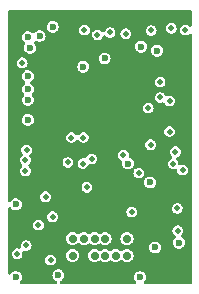
<source format=gbr>
%TF.GenerationSoftware,KiCad,Pcbnew,8.0.6*%
%TF.CreationDate,2024-10-29T18:21:19+01:00*%
%TF.ProjectId,openWifiDecoder,6f70656e-5769-4666-9944-65636f646572,rev?*%
%TF.SameCoordinates,Original*%
%TF.FileFunction,Copper,L3,Inr*%
%TF.FilePolarity,Positive*%
%FSLAX46Y46*%
G04 Gerber Fmt 4.6, Leading zero omitted, Abs format (unit mm)*
G04 Created by KiCad (PCBNEW 8.0.6) date 2024-10-29 18:21:19*
%MOMM*%
%LPD*%
G01*
G04 APERTURE LIST*
%TA.AperFunction,ComponentPad*%
%ADD10O,2.100000X1.200000*%
%TD*%
%TA.AperFunction,ComponentPad*%
%ADD11C,0.700000*%
%TD*%
%TA.AperFunction,ComponentPad*%
%ADD12C,0.600000*%
%TD*%
%TA.AperFunction,ViaPad*%
%ADD13C,0.600000*%
%TD*%
%TA.AperFunction,ViaPad*%
%ADD14C,0.500000*%
%TD*%
%ADD15C,0.300000*%
%ADD16O,1.610000X0.610000*%
%ADD17C,0.350000*%
G04 APERTURE END LIST*
D10*
%TO.N,GND*%
%TO.C,USB1*%
X100500000Y-82350000D03*
X104500000Y-82350000D03*
X100500000Y-86210000D03*
X104500000Y-86210000D03*
D11*
X105750000Y-85000000D03*
%TO.N,+5V*%
X104800000Y-85000000D03*
%TO.N,Net-(USB1-CC1)*%
X103850000Y-85000000D03*
%TO.N,D+*%
X102950000Y-85000000D03*
%TO.N,D-*%
X102050000Y-85000000D03*
%TO.N,+5V*%
X100200000Y-85000000D03*
%TO.N,GND*%
X99250000Y-85000000D03*
X99250000Y-83560000D03*
%TO.N,+5V*%
X100200000Y-83560000D03*
%TO.N,Net-(USB1-CC2)*%
X101150000Y-83560000D03*
%TO.N,D+*%
X102050000Y-83560000D03*
%TO.N,D-*%
X102950000Y-83560000D03*
%TO.N,+5V*%
X104800000Y-83560000D03*
%TO.N,GND*%
X105750000Y-83560000D03*
%TD*%
D12*
%TO.N,GND*%
%TO.C,U7*%
X103800000Y-73600000D03*
X103800000Y-74600000D03*
X104700000Y-73600000D03*
X104700000Y-74600000D03*
X105600000Y-73600000D03*
X105600000Y-74600000D03*
%TD*%
D13*
%TO.N,+3V3*%
X96600000Y-67400000D03*
D14*
X109056929Y-80998452D03*
D13*
X104900000Y-77200000D03*
X102900000Y-68300000D03*
X98990000Y-86650000D03*
X101100000Y-69000000D03*
X95400000Y-86800000D03*
X105900000Y-86800000D03*
%TO.N,GND*%
X97400000Y-65500000D03*
D14*
X108800000Y-67600000D03*
D13*
X99114318Y-81106682D03*
X109650000Y-85450000D03*
D14*
X95400000Y-64800000D03*
D13*
X99900000Y-65500000D03*
X100900000Y-66700000D03*
X99400000Y-71800000D03*
X106600000Y-69000000D03*
X98100000Y-77800000D03*
X102600000Y-77200000D03*
X106600000Y-77900000D03*
X109500000Y-64800000D03*
X107000000Y-80600000D03*
X107600000Y-65500000D03*
X104100000Y-70000000D03*
X96200000Y-87100000D03*
X107210000Y-83300000D03*
X101500000Y-73200000D03*
X102500000Y-65500000D03*
X99400000Y-73500000D03*
X105900000Y-65500000D03*
X104400000Y-67200000D03*
X108010000Y-76730000D03*
X106100000Y-86000000D03*
D14*
X96200000Y-79700000D03*
D13*
X99400000Y-70100000D03*
X104500000Y-79800000D03*
X100990000Y-79900000D03*
D14*
X108400000Y-72800000D03*
D13*
X104200000Y-65500000D03*
D14*
%TO.N,+BATT*%
X106600000Y-72500000D03*
X108400000Y-74490000D03*
%TO.N,+1V8*%
X98325000Y-85375000D03*
X97900000Y-80000000D03*
%TO.N,Net-(BAT1-Pin_2)*%
X100100000Y-75000000D03*
X107610000Y-71600000D03*
%TO.N,+5V*%
X105200000Y-81300000D03*
%TO.N,MPWM1*%
X108400000Y-71900000D03*
%TO.N,MPWM2*%
X107600000Y-70300000D03*
%TO.N,SCL*%
X101100000Y-75000000D03*
X99800000Y-77100000D03*
X97300000Y-82400000D03*
%TO.N,GAUGE_INT*%
X105800000Y-78000000D03*
X106800000Y-75600000D03*
%TO.N,SDA*%
X101067675Y-77200000D03*
X104500000Y-76500000D03*
X98500000Y-81700000D03*
%TO.N,Net-(IO1-Pin_1)*%
X96200000Y-77800000D03*
D13*
%TO.N,DIG_HALL*%
X106750000Y-78800000D03*
X109200000Y-83900000D03*
%TO.N,COMP_DAC*%
X107180000Y-84300000D03*
D14*
%TO.N,Net-(U3-EN)*%
X109100000Y-82880000D03*
X109750000Y-65900000D03*
%TO.N,Net-(U3-IO0)*%
X95926207Y-68666576D03*
D13*
X95394479Y-80649999D03*
D14*
%TO.N,Net-(IO2-Pin_1)*%
X96200000Y-76900000D03*
%TO.N,Net-(IO3-Pin_1)*%
X96300000Y-76050000D03*
D13*
%TO.N,Net-(IO4-Pin_1)*%
X96400000Y-73500000D03*
%TO.N,RX*%
X107350000Y-67640001D03*
%TO.N,TX*%
X106000000Y-67300000D03*
%TO.N,Net-(IO5-Pin_1)*%
X96400000Y-71800000D03*
%TO.N,Net-(IO6-Pin_1)*%
X96400000Y-70900000D03*
%TO.N,Net-(IO7-Pin_1)*%
X96400000Y-69800000D03*
D14*
%TO.N,IMU_INT*%
X101800000Y-76800000D03*
X95493504Y-84828936D03*
%TO.N,FSYNC*%
X101403345Y-79213976D03*
X96267377Y-84132624D03*
D13*
%TO.N,Net-(IO8-Pin_1)*%
X96400000Y-66500000D03*
%TO.N,Net-(IO9-Pin_1)*%
X97400000Y-66400000D03*
%TO.N,Net-(IO10-Pin_1)*%
X98508006Y-65621349D03*
D14*
%TO.N,Net-(IO11-Pin_1)*%
X101200000Y-65900000D03*
%TO.N,Net-(IO12-Pin_1)*%
X102300000Y-66300000D03*
%TO.N,Net-(IO13-Pin_1)*%
X103367573Y-66100000D03*
%TO.N,Net-(IO15-Pin_1)*%
X108550000Y-65750000D03*
%TO.N,Net-(IO16-Pin_1)*%
X106845608Y-65928145D03*
%TO.N,Net-(IO17-Pin_1)*%
X108900000Y-76200000D03*
%TO.N,Net-(IO14-Pin_1)*%
X104700000Y-66197944D03*
%TO.N,Net-(IO18-Pin_1)*%
X109500000Y-77750000D03*
%TO.N,Net-(IO19-Pin_1)*%
X108700000Y-77200000D03*
%TD*%
%TA.AperFunction,Conductor*%
%TO.N,GND*%
G36*
X110225000Y-64220462D02*
G01*
X110279538Y-64275000D01*
X110299500Y-64349500D01*
X110299500Y-65447652D01*
X110279538Y-65522152D01*
X110225000Y-65576690D01*
X110150500Y-65596652D01*
X110076000Y-65576690D01*
X110052925Y-65560258D01*
X110048049Y-65556033D01*
X109939072Y-65485998D01*
X109939069Y-65485996D01*
X109814772Y-65449500D01*
X109685228Y-65449500D01*
X109560931Y-65485996D01*
X109560928Y-65485997D01*
X109560927Y-65485998D01*
X109451955Y-65556030D01*
X109451952Y-65556031D01*
X109451951Y-65556033D01*
X109451949Y-65556034D01*
X109451948Y-65556036D01*
X109367118Y-65653935D01*
X109313302Y-65771776D01*
X109294867Y-65899996D01*
X109294867Y-65900003D01*
X109313302Y-66028223D01*
X109313302Y-66028224D01*
X109313303Y-66028226D01*
X109318701Y-66040046D01*
X109367118Y-66146064D01*
X109412069Y-66197940D01*
X109451951Y-66243967D01*
X109560931Y-66314004D01*
X109685228Y-66350500D01*
X109685231Y-66350500D01*
X109814769Y-66350500D01*
X109814772Y-66350500D01*
X109939069Y-66314004D01*
X110048049Y-66243967D01*
X110048054Y-66243961D01*
X110052920Y-66239745D01*
X110122295Y-66206041D01*
X110199226Y-66211540D01*
X110263102Y-66254767D01*
X110296806Y-66324142D01*
X110299500Y-66352347D01*
X110299500Y-87250500D01*
X110279538Y-87325000D01*
X110225000Y-87379538D01*
X110150500Y-87399500D01*
X106369051Y-87399500D01*
X106294551Y-87379538D01*
X106240013Y-87325000D01*
X106220051Y-87250500D01*
X106240013Y-87176000D01*
X106256444Y-87152926D01*
X106325377Y-87073373D01*
X106385165Y-86942457D01*
X106405647Y-86800000D01*
X106405647Y-86799996D01*
X106385165Y-86657545D01*
X106385165Y-86657543D01*
X106325377Y-86526627D01*
X106231128Y-86417857D01*
X106231127Y-86417856D01*
X106166974Y-86376628D01*
X106110053Y-86340047D01*
X106110050Y-86340046D01*
X105971967Y-86299501D01*
X105971962Y-86299500D01*
X105971961Y-86299500D01*
X105828039Y-86299500D01*
X105828037Y-86299500D01*
X105828032Y-86299501D01*
X105689949Y-86340046D01*
X105568872Y-86417856D01*
X105568870Y-86417859D01*
X105474622Y-86526628D01*
X105414834Y-86657545D01*
X105394353Y-86799996D01*
X105394353Y-86800003D01*
X105414834Y-86942454D01*
X105414834Y-86942455D01*
X105414835Y-86942457D01*
X105474623Y-87073373D01*
X105543556Y-87152926D01*
X105577257Y-87222302D01*
X105571754Y-87299234D01*
X105528523Y-87363107D01*
X105459147Y-87396808D01*
X105430949Y-87399500D01*
X99250264Y-87399500D01*
X99175764Y-87379538D01*
X99121226Y-87325000D01*
X99101264Y-87250500D01*
X99121226Y-87176000D01*
X99175764Y-87121462D01*
X99190675Y-87115076D01*
X99190358Y-87114381D01*
X99200048Y-87109955D01*
X99200049Y-87109954D01*
X99200053Y-87109953D01*
X99321128Y-87032143D01*
X99415377Y-86923373D01*
X99475165Y-86792457D01*
X99485406Y-86721228D01*
X99495647Y-86650003D01*
X99495647Y-86649996D01*
X99475165Y-86507545D01*
X99475165Y-86507543D01*
X99415377Y-86376627D01*
X99321128Y-86267857D01*
X99321127Y-86267856D01*
X99287465Y-86246223D01*
X99200053Y-86190047D01*
X99200050Y-86190046D01*
X99061967Y-86149501D01*
X99061962Y-86149500D01*
X99061961Y-86149500D01*
X98918039Y-86149500D01*
X98918037Y-86149500D01*
X98918032Y-86149501D01*
X98779949Y-86190046D01*
X98658872Y-86267856D01*
X98658870Y-86267859D01*
X98564622Y-86376628D01*
X98504834Y-86507545D01*
X98484353Y-86649996D01*
X98484353Y-86650003D01*
X98504834Y-86792454D01*
X98504834Y-86792455D01*
X98504835Y-86792457D01*
X98564623Y-86923373D01*
X98658872Y-87032143D01*
X98779947Y-87109953D01*
X98779948Y-87109953D01*
X98779951Y-87109955D01*
X98789642Y-87114381D01*
X98788184Y-87117573D01*
X98837577Y-87147683D01*
X98874537Y-87215378D01*
X98872699Y-87292484D01*
X98832553Y-87358341D01*
X98764858Y-87395301D01*
X98729736Y-87399500D01*
X95869051Y-87399500D01*
X95794551Y-87379538D01*
X95740013Y-87325000D01*
X95720051Y-87250500D01*
X95740013Y-87176000D01*
X95756444Y-87152926D01*
X95825377Y-87073373D01*
X95885165Y-86942457D01*
X95905647Y-86800000D01*
X95905647Y-86799996D01*
X95885165Y-86657545D01*
X95885165Y-86657543D01*
X95825377Y-86526627D01*
X95731128Y-86417857D01*
X95731127Y-86417856D01*
X95666974Y-86376628D01*
X95610053Y-86340047D01*
X95610050Y-86340046D01*
X95471967Y-86299501D01*
X95471962Y-86299500D01*
X95471961Y-86299500D01*
X95328039Y-86299500D01*
X95328037Y-86299500D01*
X95328032Y-86299501D01*
X95189949Y-86340046D01*
X95068872Y-86417856D01*
X95068870Y-86417859D01*
X94974623Y-86526627D01*
X94974622Y-86526628D01*
X94967645Y-86534681D01*
X94966601Y-86533776D01*
X94917767Y-86578164D01*
X94842400Y-86594554D01*
X94768936Y-86571064D01*
X94717059Y-86513990D01*
X94700500Y-86445723D01*
X94700500Y-85374996D01*
X97869867Y-85374996D01*
X97869867Y-85375003D01*
X97888302Y-85503223D01*
X97942118Y-85621064D01*
X97997282Y-85684727D01*
X98026951Y-85718967D01*
X98135931Y-85789004D01*
X98260228Y-85825500D01*
X98260231Y-85825500D01*
X98389769Y-85825500D01*
X98389772Y-85825500D01*
X98514069Y-85789004D01*
X98623049Y-85718967D01*
X98707882Y-85621063D01*
X98761697Y-85503226D01*
X98776719Y-85398745D01*
X98780133Y-85375003D01*
X98780133Y-85374996D01*
X98761697Y-85246776D01*
X98761697Y-85246774D01*
X98707882Y-85128937D01*
X98707881Y-85128936D01*
X98707881Y-85128935D01*
X98661145Y-85074999D01*
X98623049Y-85031033D01*
X98574756Y-84999997D01*
X99644750Y-84999997D01*
X99644750Y-85000002D01*
X99663668Y-85143706D01*
X99719138Y-85277625D01*
X99786910Y-85365945D01*
X99807379Y-85392621D01*
X99840706Y-85418194D01*
X99922374Y-85480861D01*
X100056293Y-85536331D01*
X100199997Y-85555250D01*
X100200000Y-85555250D01*
X100200003Y-85555250D01*
X100343706Y-85536331D01*
X100343708Y-85536330D01*
X100343709Y-85536330D01*
X100477625Y-85480861D01*
X100592621Y-85392621D01*
X100680861Y-85277625D01*
X100736330Y-85143709D01*
X100736330Y-85143708D01*
X100736331Y-85143706D01*
X100755250Y-85000002D01*
X100755250Y-84999997D01*
X101494750Y-84999997D01*
X101494750Y-85000002D01*
X101513668Y-85143706D01*
X101569138Y-85277625D01*
X101636910Y-85365945D01*
X101657379Y-85392621D01*
X101690706Y-85418194D01*
X101772374Y-85480861D01*
X101906293Y-85536331D01*
X102049997Y-85555250D01*
X102050000Y-85555250D01*
X102050003Y-85555250D01*
X102193706Y-85536331D01*
X102193708Y-85536330D01*
X102193709Y-85536330D01*
X102327625Y-85480861D01*
X102409294Y-85418194D01*
X102480551Y-85388678D01*
X102557019Y-85398745D01*
X102590706Y-85418194D01*
X102672374Y-85480861D01*
X102806293Y-85536331D01*
X102949997Y-85555250D01*
X102950000Y-85555250D01*
X102950003Y-85555250D01*
X103093706Y-85536331D01*
X103093708Y-85536330D01*
X103093709Y-85536330D01*
X103227625Y-85480861D01*
X103309294Y-85418194D01*
X103380551Y-85388678D01*
X103457019Y-85398745D01*
X103490706Y-85418194D01*
X103572374Y-85480861D01*
X103706293Y-85536331D01*
X103849997Y-85555250D01*
X103850000Y-85555250D01*
X103850003Y-85555250D01*
X103993706Y-85536331D01*
X103993708Y-85536330D01*
X103993709Y-85536330D01*
X104127625Y-85480861D01*
X104234296Y-85399008D01*
X104305550Y-85369494D01*
X104382019Y-85379560D01*
X104415699Y-85399005D01*
X104522375Y-85480861D01*
X104576370Y-85503226D01*
X104656293Y-85536331D01*
X104799997Y-85555250D01*
X104800000Y-85555250D01*
X104800003Y-85555250D01*
X104943706Y-85536331D01*
X104943708Y-85536330D01*
X104943709Y-85536330D01*
X105077625Y-85480861D01*
X105192621Y-85392621D01*
X105280861Y-85277625D01*
X105336330Y-85143709D01*
X105336330Y-85143708D01*
X105336331Y-85143706D01*
X105355250Y-85000002D01*
X105355250Y-84999997D01*
X105336331Y-84856293D01*
X105280861Y-84722374D01*
X105210366Y-84630505D01*
X105192621Y-84607379D01*
X105164228Y-84585592D01*
X105077625Y-84519138D01*
X104943706Y-84463668D01*
X104800003Y-84444750D01*
X104799997Y-84444750D01*
X104656293Y-84463668D01*
X104522374Y-84519139D01*
X104415706Y-84600989D01*
X104344449Y-84630505D01*
X104267981Y-84620438D01*
X104234294Y-84600989D01*
X104127625Y-84519139D01*
X103993706Y-84463668D01*
X103850003Y-84444750D01*
X103849997Y-84444750D01*
X103706293Y-84463668D01*
X103572374Y-84519138D01*
X103490706Y-84581806D01*
X103419449Y-84611322D01*
X103342981Y-84601255D01*
X103309294Y-84581806D01*
X103227625Y-84519138D01*
X103093706Y-84463668D01*
X102950003Y-84444750D01*
X102949997Y-84444750D01*
X102806293Y-84463668D01*
X102672374Y-84519138D01*
X102590706Y-84581806D01*
X102519449Y-84611322D01*
X102442981Y-84601255D01*
X102409294Y-84581806D01*
X102327625Y-84519138D01*
X102193706Y-84463668D01*
X102050003Y-84444750D01*
X102049997Y-84444750D01*
X101906293Y-84463668D01*
X101772374Y-84519138D01*
X101657381Y-84607377D01*
X101657377Y-84607381D01*
X101569138Y-84722374D01*
X101513668Y-84856293D01*
X101494750Y-84999997D01*
X100755250Y-84999997D01*
X100736331Y-84856293D01*
X100680861Y-84722374D01*
X100610366Y-84630505D01*
X100592621Y-84607379D01*
X100564228Y-84585592D01*
X100477625Y-84519138D01*
X100343706Y-84463668D01*
X100200003Y-84444750D01*
X100199997Y-84444750D01*
X100056293Y-84463668D01*
X99922374Y-84519138D01*
X99807381Y-84607377D01*
X99807377Y-84607381D01*
X99719138Y-84722374D01*
X99663668Y-84856293D01*
X99644750Y-84999997D01*
X98574756Y-84999997D01*
X98514069Y-84960996D01*
X98389772Y-84924500D01*
X98260228Y-84924500D01*
X98135931Y-84960996D01*
X98135928Y-84960997D01*
X98135927Y-84960998D01*
X98026955Y-85031030D01*
X98026952Y-85031031D01*
X98026951Y-85031033D01*
X98026949Y-85031034D01*
X98026948Y-85031036D01*
X97942118Y-85128935D01*
X97888302Y-85246776D01*
X97869867Y-85374996D01*
X94700500Y-85374996D01*
X94700500Y-84828932D01*
X95038371Y-84828932D01*
X95038371Y-84828939D01*
X95056806Y-84957159D01*
X95056806Y-84957160D01*
X95056807Y-84957162D01*
X95058559Y-84960998D01*
X95110622Y-85075000D01*
X95157357Y-85128935D01*
X95195455Y-85172903D01*
X95304435Y-85242940D01*
X95428732Y-85279436D01*
X95428735Y-85279436D01*
X95558273Y-85279436D01*
X95558276Y-85279436D01*
X95682573Y-85242940D01*
X95791553Y-85172903D01*
X95876386Y-85074999D01*
X95930201Y-84957162D01*
X95948637Y-84828936D01*
X95948636Y-84828932D01*
X95933538Y-84723919D01*
X95942694Y-84647337D01*
X95988915Y-84585592D01*
X96059816Y-84555231D01*
X96122998Y-84559749D01*
X96202605Y-84583124D01*
X96202608Y-84583124D01*
X96332146Y-84583124D01*
X96332149Y-84583124D01*
X96456446Y-84546628D01*
X96565426Y-84476591D01*
X96650259Y-84378687D01*
X96686196Y-84299996D01*
X106674353Y-84299996D01*
X106674353Y-84300003D01*
X106694834Y-84442454D01*
X106694834Y-84442455D01*
X106694835Y-84442457D01*
X106729855Y-84519139D01*
X106748401Y-84559750D01*
X106754623Y-84573373D01*
X106848872Y-84682143D01*
X106969947Y-84759953D01*
X107108039Y-84800500D01*
X107108041Y-84800500D01*
X107251959Y-84800500D01*
X107251961Y-84800500D01*
X107390053Y-84759953D01*
X107511128Y-84682143D01*
X107605377Y-84573373D01*
X107665165Y-84442457D01*
X107685647Y-84300000D01*
X107685647Y-84299996D01*
X107665165Y-84157545D01*
X107665165Y-84157543D01*
X107605377Y-84026627D01*
X107511128Y-83917857D01*
X107511127Y-83917856D01*
X107462427Y-83886559D01*
X107390053Y-83840047D01*
X107390050Y-83840046D01*
X107251967Y-83799501D01*
X107251962Y-83799500D01*
X107251961Y-83799500D01*
X107108039Y-83799500D01*
X107108037Y-83799500D01*
X107108032Y-83799501D01*
X106969949Y-83840046D01*
X106848872Y-83917856D01*
X106848870Y-83917859D01*
X106754622Y-84026628D01*
X106694834Y-84157545D01*
X106674353Y-84299996D01*
X96686196Y-84299996D01*
X96704074Y-84260850D01*
X96722510Y-84132624D01*
X96722510Y-84132621D01*
X96722510Y-84132620D01*
X96704074Y-84004400D01*
X96704074Y-84004398D01*
X96650259Y-83886561D01*
X96650258Y-83886560D01*
X96650258Y-83886559D01*
X96574821Y-83799500D01*
X96565426Y-83788657D01*
X96456446Y-83718620D01*
X96332149Y-83682124D01*
X96202605Y-83682124D01*
X96078308Y-83718620D01*
X96078305Y-83718621D01*
X96078304Y-83718622D01*
X95969332Y-83788654D01*
X95969329Y-83788655D01*
X95969328Y-83788657D01*
X95969326Y-83788658D01*
X95969325Y-83788660D01*
X95884495Y-83886559D01*
X95830679Y-84004400D01*
X95812244Y-84132620D01*
X95812244Y-84132621D01*
X95812244Y-84132624D01*
X95818103Y-84173373D01*
X95827343Y-84237641D01*
X95818186Y-84314223D01*
X95771964Y-84375967D01*
X95701063Y-84406329D01*
X95637882Y-84401810D01*
X95558277Y-84378436D01*
X95558276Y-84378436D01*
X95428732Y-84378436D01*
X95304435Y-84414932D01*
X95304432Y-84414933D01*
X95304431Y-84414934D01*
X95195459Y-84484966D01*
X95195456Y-84484967D01*
X95195455Y-84484969D01*
X95195453Y-84484970D01*
X95195452Y-84484972D01*
X95110622Y-84582871D01*
X95056806Y-84700712D01*
X95038371Y-84828932D01*
X94700500Y-84828932D01*
X94700500Y-83559997D01*
X99644750Y-83559997D01*
X99644750Y-83560002D01*
X99663668Y-83703706D01*
X99719138Y-83837625D01*
X99780705Y-83917859D01*
X99807379Y-83952621D01*
X99840706Y-83978194D01*
X99922374Y-84040861D01*
X100056293Y-84096331D01*
X100199997Y-84115250D01*
X100200000Y-84115250D01*
X100200003Y-84115250D01*
X100343706Y-84096331D01*
X100343708Y-84096330D01*
X100343709Y-84096330D01*
X100477625Y-84040861D01*
X100584296Y-83959008D01*
X100655550Y-83929494D01*
X100732019Y-83939560D01*
X100765699Y-83959005D01*
X100872375Y-84040861D01*
X100967067Y-84080083D01*
X101006293Y-84096331D01*
X101149997Y-84115250D01*
X101150000Y-84115250D01*
X101150003Y-84115250D01*
X101293706Y-84096331D01*
X101293708Y-84096330D01*
X101293709Y-84096330D01*
X101427625Y-84040861D01*
X101509294Y-83978194D01*
X101580551Y-83948678D01*
X101657019Y-83958745D01*
X101690706Y-83978194D01*
X101772374Y-84040861D01*
X101906293Y-84096331D01*
X102049997Y-84115250D01*
X102050000Y-84115250D01*
X102050003Y-84115250D01*
X102193706Y-84096331D01*
X102193708Y-84096330D01*
X102193709Y-84096330D01*
X102327625Y-84040861D01*
X102409294Y-83978194D01*
X102480551Y-83948678D01*
X102557019Y-83958745D01*
X102590706Y-83978194D01*
X102672374Y-84040861D01*
X102806293Y-84096331D01*
X102949997Y-84115250D01*
X102950000Y-84115250D01*
X102950003Y-84115250D01*
X103093706Y-84096331D01*
X103093708Y-84096330D01*
X103093709Y-84096330D01*
X103227625Y-84040861D01*
X103342621Y-83952621D01*
X103430861Y-83837625D01*
X103486330Y-83703709D01*
X103486330Y-83703708D01*
X103486331Y-83703706D01*
X103505250Y-83560002D01*
X103505250Y-83559997D01*
X104244750Y-83559997D01*
X104244750Y-83560002D01*
X104263668Y-83703706D01*
X104319138Y-83837625D01*
X104380705Y-83917859D01*
X104407379Y-83952621D01*
X104440706Y-83978194D01*
X104522374Y-84040861D01*
X104656293Y-84096331D01*
X104799997Y-84115250D01*
X104800000Y-84115250D01*
X104800003Y-84115250D01*
X104943706Y-84096331D01*
X104943708Y-84096330D01*
X104943709Y-84096330D01*
X105077625Y-84040861D01*
X105192621Y-83952621D01*
X105280861Y-83837625D01*
X105336330Y-83703709D01*
X105336330Y-83703708D01*
X105336331Y-83703706D01*
X105355250Y-83560002D01*
X105355250Y-83559997D01*
X105336331Y-83416293D01*
X105280861Y-83282374D01*
X105210366Y-83190505D01*
X105192621Y-83167379D01*
X105138779Y-83126064D01*
X105077625Y-83079138D01*
X104943706Y-83023668D01*
X104800003Y-83004750D01*
X104799997Y-83004750D01*
X104656293Y-83023668D01*
X104522374Y-83079138D01*
X104407381Y-83167377D01*
X104407377Y-83167381D01*
X104319138Y-83282374D01*
X104263668Y-83416293D01*
X104244750Y-83559997D01*
X103505250Y-83559997D01*
X103486331Y-83416293D01*
X103430861Y-83282374D01*
X103360366Y-83190505D01*
X103342621Y-83167379D01*
X103288779Y-83126064D01*
X103227625Y-83079138D01*
X103093706Y-83023668D01*
X102950003Y-83004750D01*
X102949997Y-83004750D01*
X102806293Y-83023668D01*
X102672374Y-83079138D01*
X102590706Y-83141806D01*
X102519449Y-83171322D01*
X102442981Y-83161255D01*
X102409294Y-83141806D01*
X102327625Y-83079138D01*
X102193706Y-83023668D01*
X102050003Y-83004750D01*
X102049997Y-83004750D01*
X101906293Y-83023668D01*
X101772374Y-83079138D01*
X101690706Y-83141806D01*
X101619449Y-83171322D01*
X101542981Y-83161255D01*
X101509294Y-83141806D01*
X101427625Y-83079138D01*
X101293706Y-83023668D01*
X101150003Y-83004750D01*
X101149997Y-83004750D01*
X101006293Y-83023668D01*
X100872374Y-83079139D01*
X100765706Y-83160989D01*
X100694449Y-83190505D01*
X100617981Y-83180438D01*
X100584294Y-83160989D01*
X100477625Y-83079139D01*
X100343706Y-83023668D01*
X100200003Y-83004750D01*
X100199997Y-83004750D01*
X100056293Y-83023668D01*
X99922374Y-83079138D01*
X99807381Y-83167377D01*
X99807377Y-83167381D01*
X99719138Y-83282374D01*
X99663668Y-83416293D01*
X99644750Y-83559997D01*
X94700500Y-83559997D01*
X94700500Y-82879996D01*
X108644867Y-82879996D01*
X108644867Y-82880003D01*
X108663302Y-83008223D01*
X108717118Y-83126064D01*
X108764233Y-83180438D01*
X108801951Y-83223967D01*
X108869020Y-83267069D01*
X108920900Y-83324138D01*
X108937295Y-83399503D01*
X108913812Y-83472969D01*
X108876450Y-83510334D01*
X108876924Y-83510881D01*
X108869285Y-83517499D01*
X108869030Y-83517755D01*
X108868877Y-83517853D01*
X108868870Y-83517859D01*
X108774622Y-83626628D01*
X108714834Y-83757545D01*
X108694353Y-83899996D01*
X108694353Y-83900003D01*
X108714834Y-84042454D01*
X108767394Y-84157545D01*
X108774623Y-84173373D01*
X108868872Y-84282143D01*
X108989947Y-84359953D01*
X109128039Y-84400500D01*
X109128041Y-84400500D01*
X109271959Y-84400500D01*
X109271961Y-84400500D01*
X109410053Y-84359953D01*
X109531128Y-84282143D01*
X109625377Y-84173373D01*
X109685165Y-84042457D01*
X109699959Y-83939560D01*
X109705647Y-83900003D01*
X109705647Y-83899996D01*
X109685165Y-83757545D01*
X109685165Y-83757543D01*
X109625377Y-83626627D01*
X109531128Y-83517857D01*
X109426734Y-83450767D01*
X109374855Y-83393697D01*
X109358461Y-83318332D01*
X109381945Y-83244866D01*
X109394685Y-83227848D01*
X109398046Y-83223968D01*
X109398049Y-83223967D01*
X109482882Y-83126063D01*
X109536697Y-83008226D01*
X109555133Y-82880000D01*
X109555133Y-82879996D01*
X109536697Y-82751776D01*
X109536697Y-82751774D01*
X109482882Y-82633937D01*
X109482881Y-82633936D01*
X109482881Y-82633935D01*
X109436216Y-82580080D01*
X109398049Y-82536033D01*
X109289069Y-82465996D01*
X109164772Y-82429500D01*
X109035228Y-82429500D01*
X108910931Y-82465996D01*
X108910928Y-82465997D01*
X108910927Y-82465998D01*
X108801955Y-82536030D01*
X108801952Y-82536031D01*
X108801951Y-82536033D01*
X108801949Y-82536034D01*
X108801948Y-82536036D01*
X108717118Y-82633935D01*
X108663302Y-82751776D01*
X108644867Y-82879996D01*
X94700500Y-82879996D01*
X94700500Y-82399996D01*
X96844867Y-82399996D01*
X96844867Y-82400003D01*
X96863302Y-82528223D01*
X96863302Y-82528224D01*
X96863303Y-82528226D01*
X96866870Y-82536036D01*
X96917118Y-82646064D01*
X96972282Y-82709727D01*
X97001951Y-82743967D01*
X97110931Y-82814004D01*
X97235228Y-82850500D01*
X97235231Y-82850500D01*
X97364769Y-82850500D01*
X97364772Y-82850500D01*
X97489069Y-82814004D01*
X97598049Y-82743967D01*
X97682882Y-82646063D01*
X97736697Y-82528226D01*
X97755133Y-82400000D01*
X97755133Y-82399996D01*
X97736697Y-82271776D01*
X97736697Y-82271774D01*
X97682882Y-82153937D01*
X97682881Y-82153936D01*
X97682881Y-82153935D01*
X97636216Y-82100080D01*
X97598049Y-82056033D01*
X97489069Y-81985996D01*
X97364772Y-81949500D01*
X97235228Y-81949500D01*
X97110931Y-81985996D01*
X97110928Y-81985997D01*
X97110927Y-81985998D01*
X97001955Y-82056030D01*
X97001952Y-82056031D01*
X97001951Y-82056033D01*
X97001949Y-82056034D01*
X97001948Y-82056036D01*
X96917118Y-82153935D01*
X96863302Y-82271776D01*
X96844867Y-82399996D01*
X94700500Y-82399996D01*
X94700500Y-81699996D01*
X98044867Y-81699996D01*
X98044867Y-81700003D01*
X98063302Y-81828223D01*
X98117118Y-81946064D01*
X98151720Y-81985997D01*
X98201951Y-82043967D01*
X98310931Y-82114004D01*
X98435228Y-82150500D01*
X98435231Y-82150500D01*
X98564769Y-82150500D01*
X98564772Y-82150500D01*
X98689069Y-82114004D01*
X98798049Y-82043967D01*
X98882882Y-81946063D01*
X98936697Y-81828226D01*
X98955133Y-81700000D01*
X98955133Y-81699996D01*
X98936697Y-81571776D01*
X98936697Y-81571774D01*
X98882882Y-81453937D01*
X98882881Y-81453936D01*
X98882881Y-81453935D01*
X98836216Y-81400080D01*
X98798049Y-81356033D01*
X98710853Y-81299996D01*
X104744867Y-81299996D01*
X104744867Y-81300003D01*
X104763302Y-81428223D01*
X104763302Y-81428224D01*
X104763303Y-81428226D01*
X104775044Y-81453935D01*
X104817118Y-81546064D01*
X104839396Y-81571774D01*
X104901951Y-81643967D01*
X105010931Y-81714004D01*
X105135228Y-81750500D01*
X105135231Y-81750500D01*
X105264769Y-81750500D01*
X105264772Y-81750500D01*
X105389069Y-81714004D01*
X105498049Y-81643967D01*
X105582882Y-81546063D01*
X105636697Y-81428226D01*
X105655133Y-81300000D01*
X105655133Y-81299996D01*
X105636697Y-81171776D01*
X105636697Y-81171774D01*
X105582882Y-81053937D01*
X105582881Y-81053936D01*
X105582881Y-81053935D01*
X105534801Y-80998448D01*
X108601796Y-80998448D01*
X108601796Y-80998455D01*
X108620231Y-81126675D01*
X108674047Y-81244516D01*
X108722121Y-81299996D01*
X108758880Y-81342419D01*
X108867860Y-81412456D01*
X108992157Y-81448952D01*
X108992160Y-81448952D01*
X109121698Y-81448952D01*
X109121701Y-81448952D01*
X109245998Y-81412456D01*
X109354978Y-81342419D01*
X109439811Y-81244515D01*
X109493626Y-81126678D01*
X109512062Y-80998452D01*
X109512062Y-80998448D01*
X109499771Y-80912968D01*
X109493626Y-80870226D01*
X109439811Y-80752389D01*
X109439810Y-80752388D01*
X109439810Y-80752387D01*
X109393145Y-80698532D01*
X109354978Y-80654485D01*
X109245998Y-80584448D01*
X109121701Y-80547952D01*
X108992157Y-80547952D01*
X108867860Y-80584448D01*
X108867857Y-80584449D01*
X108867856Y-80584450D01*
X108758884Y-80654482D01*
X108758881Y-80654483D01*
X108758880Y-80654485D01*
X108758878Y-80654486D01*
X108758877Y-80654488D01*
X108674047Y-80752387D01*
X108620231Y-80870228D01*
X108601796Y-80998448D01*
X105534801Y-80998448D01*
X105498049Y-80956033D01*
X105389069Y-80885996D01*
X105264772Y-80849500D01*
X105135228Y-80849500D01*
X105010931Y-80885996D01*
X105010928Y-80885997D01*
X105010927Y-80885998D01*
X104901955Y-80956030D01*
X104901952Y-80956031D01*
X104901951Y-80956033D01*
X104901949Y-80956034D01*
X104901948Y-80956036D01*
X104817118Y-81053935D01*
X104763302Y-81171776D01*
X104744867Y-81299996D01*
X98710853Y-81299996D01*
X98689069Y-81285996D01*
X98564772Y-81249500D01*
X98435228Y-81249500D01*
X98310931Y-81285996D01*
X98310928Y-81285997D01*
X98310927Y-81285998D01*
X98201955Y-81356030D01*
X98201952Y-81356031D01*
X98201951Y-81356033D01*
X98201949Y-81356034D01*
X98201948Y-81356036D01*
X98117118Y-81453935D01*
X98063302Y-81571776D01*
X98044867Y-81699996D01*
X94700500Y-81699996D01*
X94700500Y-81012865D01*
X94720462Y-80938365D01*
X94775000Y-80883827D01*
X94849500Y-80863865D01*
X94924000Y-80883827D01*
X94959281Y-80917781D01*
X94962124Y-80915318D01*
X94969101Y-80923370D01*
X94969102Y-80923372D01*
X95063351Y-81032142D01*
X95184426Y-81109952D01*
X95322518Y-81150499D01*
X95322520Y-81150499D01*
X95466438Y-81150499D01*
X95466440Y-81150499D01*
X95604532Y-81109952D01*
X95725607Y-81032142D01*
X95819856Y-80923372D01*
X95879644Y-80792456D01*
X95899481Y-80654485D01*
X95900126Y-80650002D01*
X95900126Y-80649995D01*
X95879644Y-80507544D01*
X95879644Y-80507542D01*
X95819856Y-80376626D01*
X95725607Y-80267856D01*
X95725606Y-80267855D01*
X95691696Y-80246063D01*
X95604532Y-80190046D01*
X95604529Y-80190045D01*
X95466446Y-80149500D01*
X95466441Y-80149499D01*
X95466440Y-80149499D01*
X95322518Y-80149499D01*
X95322516Y-80149499D01*
X95322511Y-80149500D01*
X95184428Y-80190045D01*
X95063351Y-80267855D01*
X95063349Y-80267858D01*
X94969102Y-80376626D01*
X94969101Y-80376627D01*
X94962124Y-80384680D01*
X94959174Y-80382124D01*
X94916731Y-80420102D01*
X94841238Y-80435903D01*
X94767960Y-80411840D01*
X94716530Y-80354363D01*
X94700500Y-80287132D01*
X94700500Y-79999996D01*
X97444867Y-79999996D01*
X97444867Y-80000003D01*
X97463302Y-80128223D01*
X97517118Y-80246064D01*
X97536001Y-80267856D01*
X97601951Y-80343967D01*
X97710931Y-80414004D01*
X97835228Y-80450500D01*
X97835231Y-80450500D01*
X97964769Y-80450500D01*
X97964772Y-80450500D01*
X98089069Y-80414004D01*
X98198049Y-80343967D01*
X98282882Y-80246063D01*
X98336697Y-80128226D01*
X98355133Y-80000000D01*
X98355133Y-79999996D01*
X98336697Y-79871776D01*
X98336697Y-79871774D01*
X98282882Y-79753937D01*
X98282881Y-79753936D01*
X98282881Y-79753935D01*
X98236216Y-79700080D01*
X98198049Y-79656033D01*
X98089069Y-79585996D01*
X97964772Y-79549500D01*
X97835228Y-79549500D01*
X97710931Y-79585996D01*
X97710928Y-79585997D01*
X97710927Y-79585998D01*
X97601955Y-79656030D01*
X97601952Y-79656031D01*
X97601951Y-79656033D01*
X97601949Y-79656034D01*
X97601948Y-79656036D01*
X97517118Y-79753935D01*
X97463302Y-79871776D01*
X97444867Y-79999996D01*
X94700500Y-79999996D01*
X94700500Y-79213972D01*
X100948212Y-79213972D01*
X100948212Y-79213979D01*
X100966647Y-79342199D01*
X101020463Y-79460040D01*
X101075627Y-79523703D01*
X101105296Y-79557943D01*
X101214276Y-79627980D01*
X101338573Y-79664476D01*
X101338576Y-79664476D01*
X101468114Y-79664476D01*
X101468117Y-79664476D01*
X101592414Y-79627980D01*
X101701394Y-79557943D01*
X101786227Y-79460039D01*
X101840042Y-79342202D01*
X101858478Y-79213976D01*
X101858478Y-79213972D01*
X101840042Y-79085752D01*
X101840042Y-79085750D01*
X101786227Y-78967913D01*
X101786226Y-78967912D01*
X101786226Y-78967911D01*
X101739561Y-78914056D01*
X101701394Y-78870009D01*
X101592451Y-78799996D01*
X106244353Y-78799996D01*
X106244353Y-78800003D01*
X106264834Y-78942454D01*
X106264834Y-78942455D01*
X106264835Y-78942457D01*
X106324623Y-79073373D01*
X106418872Y-79182143D01*
X106539947Y-79259953D01*
X106678039Y-79300500D01*
X106678041Y-79300500D01*
X106821959Y-79300500D01*
X106821961Y-79300500D01*
X106960053Y-79259953D01*
X107081128Y-79182143D01*
X107175377Y-79073373D01*
X107235165Y-78942457D01*
X107255647Y-78800000D01*
X107255647Y-78799996D01*
X107235165Y-78657545D01*
X107235165Y-78657543D01*
X107175377Y-78526627D01*
X107081128Y-78417857D01*
X107081127Y-78417856D01*
X107047465Y-78396223D01*
X106960053Y-78340047D01*
X106953780Y-78338205D01*
X106821967Y-78299501D01*
X106821962Y-78299500D01*
X106821961Y-78299500D01*
X106678039Y-78299500D01*
X106678037Y-78299500D01*
X106678032Y-78299501D01*
X106539949Y-78340046D01*
X106539947Y-78340046D01*
X106539947Y-78340047D01*
X106499588Y-78365983D01*
X106418868Y-78417859D01*
X106416142Y-78420222D01*
X106412256Y-78422108D01*
X106409907Y-78423619D01*
X106409726Y-78423337D01*
X106346763Y-78453916D01*
X106335793Y-78453130D01*
X106331787Y-78509309D01*
X106326507Y-78522500D01*
X106264834Y-78657543D01*
X106244353Y-78799996D01*
X101592451Y-78799996D01*
X101592414Y-78799972D01*
X101468117Y-78763476D01*
X101338573Y-78763476D01*
X101214276Y-78799972D01*
X101214273Y-78799973D01*
X101214272Y-78799974D01*
X101105300Y-78870006D01*
X101105297Y-78870007D01*
X101105296Y-78870009D01*
X101105294Y-78870010D01*
X101105293Y-78870012D01*
X101020463Y-78967911D01*
X100966647Y-79085752D01*
X100948212Y-79213972D01*
X94700500Y-79213972D01*
X94700500Y-76899996D01*
X95744867Y-76899996D01*
X95744867Y-76900003D01*
X95763302Y-77028223D01*
X95763302Y-77028224D01*
X95763303Y-77028226D01*
X95783191Y-77071774D01*
X95817118Y-77146064D01*
X95908929Y-77252020D01*
X95905996Y-77254561D01*
X95937623Y-77301349D01*
X95943081Y-77378283D01*
X95909340Y-77447640D01*
X95908468Y-77448511D01*
X95817118Y-77553935D01*
X95763302Y-77671776D01*
X95744867Y-77799996D01*
X95744867Y-77800003D01*
X95763302Y-77928223D01*
X95817118Y-78046064D01*
X95858623Y-78093963D01*
X95901951Y-78143967D01*
X96010931Y-78214004D01*
X96135228Y-78250500D01*
X96135231Y-78250500D01*
X96264769Y-78250500D01*
X96264772Y-78250500D01*
X96389069Y-78214004D01*
X96498049Y-78143967D01*
X96582882Y-78046063D01*
X96636697Y-77928226D01*
X96645915Y-77864113D01*
X96655133Y-77800003D01*
X96655133Y-77799996D01*
X96636697Y-77671776D01*
X96636697Y-77671774D01*
X96582882Y-77553937D01*
X96582881Y-77553936D01*
X96582881Y-77553935D01*
X96491071Y-77447980D01*
X96494017Y-77445427D01*
X96462427Y-77398800D01*
X96456888Y-77321871D01*
X96490556Y-77252479D01*
X96491434Y-77251600D01*
X96498046Y-77243968D01*
X96498049Y-77243967D01*
X96582882Y-77146063D01*
X96603920Y-77099996D01*
X99344867Y-77099996D01*
X99344867Y-77100003D01*
X99363302Y-77228223D01*
X99363302Y-77228224D01*
X99363303Y-77228226D01*
X99374379Y-77252479D01*
X99417118Y-77346064D01*
X99469084Y-77406036D01*
X99501951Y-77443967D01*
X99610931Y-77514004D01*
X99735228Y-77550500D01*
X99735231Y-77550500D01*
X99864769Y-77550500D01*
X99864772Y-77550500D01*
X99989069Y-77514004D01*
X100098049Y-77443967D01*
X100182882Y-77346063D01*
X100236697Y-77228226D01*
X100240756Y-77199996D01*
X100612542Y-77199996D01*
X100612542Y-77200003D01*
X100630977Y-77328223D01*
X100630977Y-77328224D01*
X100630978Y-77328226D01*
X100640922Y-77350000D01*
X100684793Y-77446064D01*
X100731463Y-77499924D01*
X100769626Y-77543967D01*
X100878606Y-77614004D01*
X101002903Y-77650500D01*
X101002906Y-77650500D01*
X101132444Y-77650500D01*
X101132447Y-77650500D01*
X101256744Y-77614004D01*
X101365724Y-77543967D01*
X101450557Y-77446063D01*
X101504372Y-77328226D01*
X101504372Y-77328225D01*
X101508799Y-77318532D01*
X101512184Y-77320077D01*
X101541863Y-77271379D01*
X101609553Y-77234410D01*
X101686658Y-77236238D01*
X101735228Y-77250500D01*
X101735231Y-77250500D01*
X101864769Y-77250500D01*
X101864772Y-77250500D01*
X101989069Y-77214004D01*
X102098049Y-77143967D01*
X102182882Y-77046063D01*
X102236697Y-76928226D01*
X102248812Y-76843963D01*
X102255133Y-76800003D01*
X102255133Y-76799996D01*
X102240683Y-76699500D01*
X102236697Y-76671774D01*
X102182882Y-76553937D01*
X102182881Y-76553936D01*
X102182881Y-76553935D01*
X102136142Y-76499996D01*
X104044867Y-76499996D01*
X104044867Y-76500003D01*
X104063302Y-76628223D01*
X104063302Y-76628224D01*
X104063303Y-76628226D01*
X104075042Y-76653931D01*
X104117118Y-76746064D01*
X104172282Y-76809727D01*
X104201951Y-76843967D01*
X104310931Y-76914004D01*
X104310938Y-76914006D01*
X104320625Y-76918430D01*
X104319600Y-76920672D01*
X104372405Y-76952858D01*
X104409370Y-77020551D01*
X104412054Y-77076885D01*
X104394353Y-77200002D01*
X104394353Y-77200003D01*
X104414834Y-77342454D01*
X104414834Y-77342455D01*
X104414835Y-77342457D01*
X104474623Y-77473373D01*
X104568872Y-77582143D01*
X104689947Y-77659953D01*
X104828039Y-77700500D01*
X104828041Y-77700500D01*
X104971959Y-77700500D01*
X104971961Y-77700500D01*
X105110053Y-77659953D01*
X105178540Y-77615938D01*
X105252000Y-77592456D01*
X105327365Y-77608850D01*
X105384437Y-77660730D01*
X105407922Y-77734196D01*
X105394627Y-77803183D01*
X105363302Y-77871776D01*
X105344867Y-77999996D01*
X105344867Y-78000003D01*
X105363302Y-78128223D01*
X105363302Y-78128224D01*
X105363303Y-78128226D01*
X105387390Y-78180970D01*
X105417118Y-78246064D01*
X105472282Y-78309727D01*
X105501951Y-78343967D01*
X105610931Y-78414004D01*
X105735228Y-78450500D01*
X105735231Y-78450500D01*
X105864769Y-78450500D01*
X105864772Y-78450500D01*
X105989069Y-78414004D01*
X106098049Y-78343967D01*
X106098049Y-78343966D01*
X106107015Y-78338205D01*
X106108572Y-78340629D01*
X106162745Y-78314301D01*
X106173750Y-78315085D01*
X106177777Y-78258860D01*
X106183044Y-78245708D01*
X106236697Y-78128226D01*
X106255133Y-78000003D01*
X106255133Y-77999996D01*
X106242842Y-77914516D01*
X106236697Y-77871774D01*
X106182882Y-77753937D01*
X106182881Y-77753936D01*
X106182881Y-77753935D01*
X106111688Y-77671774D01*
X106098049Y-77656033D01*
X105989069Y-77585996D01*
X105864772Y-77549500D01*
X105735228Y-77549500D01*
X105610931Y-77585996D01*
X105610929Y-77585997D01*
X105560845Y-77618184D01*
X105487379Y-77641667D01*
X105412013Y-77625272D01*
X105354943Y-77573390D01*
X105331460Y-77499924D01*
X105344755Y-77430940D01*
X105385165Y-77342457D01*
X105398386Y-77250500D01*
X105405647Y-77200003D01*
X105405647Y-77199996D01*
X108244867Y-77199996D01*
X108244867Y-77200003D01*
X108263302Y-77328223D01*
X108263302Y-77328224D01*
X108263303Y-77328226D01*
X108273247Y-77350000D01*
X108317118Y-77446064D01*
X108363788Y-77499924D01*
X108401951Y-77543967D01*
X108510931Y-77614004D01*
X108635228Y-77650500D01*
X108635231Y-77650500D01*
X108764769Y-77650500D01*
X108764772Y-77650500D01*
X108854807Y-77624063D01*
X108931911Y-77622228D01*
X108999604Y-77659191D01*
X109039747Y-77725049D01*
X109044266Y-77745823D01*
X109063302Y-77878223D01*
X109117118Y-77996064D01*
X109160443Y-78046064D01*
X109201951Y-78093967D01*
X109310931Y-78164004D01*
X109435228Y-78200500D01*
X109435231Y-78200500D01*
X109564769Y-78200500D01*
X109564772Y-78200500D01*
X109689069Y-78164004D01*
X109798049Y-78093967D01*
X109882882Y-77996063D01*
X109936697Y-77878226D01*
X109945915Y-77814113D01*
X109955133Y-77750003D01*
X109955133Y-77749996D01*
X109936697Y-77621776D01*
X109936697Y-77621774D01*
X109882882Y-77503937D01*
X109882881Y-77503936D01*
X109882881Y-77503935D01*
X109834101Y-77447640D01*
X109798049Y-77406033D01*
X109689069Y-77335996D01*
X109564772Y-77299500D01*
X109435228Y-77299500D01*
X109435226Y-77299500D01*
X109345193Y-77325936D01*
X109268087Y-77327771D01*
X109200393Y-77290806D01*
X109160251Y-77224948D01*
X109155732Y-77204175D01*
X109155132Y-77200004D01*
X109155133Y-77200000D01*
X109136697Y-77071774D01*
X109082882Y-76953937D01*
X109082881Y-76953936D01*
X109082881Y-76953935D01*
X109034536Y-76898142D01*
X109001153Y-76859615D01*
X108967454Y-76790241D01*
X108972956Y-76713309D01*
X109016187Y-76649436D01*
X109071783Y-76619079D01*
X109089069Y-76614004D01*
X109198049Y-76543967D01*
X109282882Y-76446063D01*
X109336697Y-76328226D01*
X109355133Y-76200000D01*
X109355133Y-76199996D01*
X109336697Y-76071776D01*
X109336697Y-76071774D01*
X109282882Y-75953937D01*
X109282881Y-75953936D01*
X109282881Y-75953935D01*
X109236216Y-75900080D01*
X109198049Y-75856033D01*
X109089069Y-75785996D01*
X108964772Y-75749500D01*
X108835228Y-75749500D01*
X108710931Y-75785996D01*
X108710928Y-75785997D01*
X108710927Y-75785998D01*
X108601955Y-75856030D01*
X108601952Y-75856031D01*
X108601951Y-75856033D01*
X108601949Y-75856034D01*
X108601948Y-75856036D01*
X108517118Y-75953935D01*
X108463302Y-76071776D01*
X108444867Y-76199996D01*
X108444867Y-76200003D01*
X108463302Y-76328223D01*
X108517118Y-76446064D01*
X108598845Y-76540382D01*
X108632545Y-76609758D01*
X108627043Y-76686690D01*
X108583812Y-76750563D01*
X108528219Y-76780920D01*
X108510933Y-76785995D01*
X108510927Y-76785998D01*
X108401955Y-76856030D01*
X108401952Y-76856031D01*
X108401951Y-76856033D01*
X108401949Y-76856034D01*
X108401948Y-76856036D01*
X108317118Y-76953935D01*
X108263302Y-77071776D01*
X108244867Y-77199996D01*
X105405647Y-77199996D01*
X105385165Y-77057545D01*
X105385165Y-77057543D01*
X105325377Y-76926627D01*
X105231128Y-76817857D01*
X105231127Y-76817856D01*
X105149850Y-76765623D01*
X105110053Y-76740047D01*
X105110052Y-76740046D01*
X105110051Y-76740046D01*
X105052171Y-76723051D01*
X104986313Y-76682908D01*
X104949350Y-76615215D01*
X104946667Y-76558881D01*
X104947077Y-76556033D01*
X104955133Y-76500000D01*
X104955133Y-76499996D01*
X104936697Y-76371776D01*
X104936697Y-76371774D01*
X104882882Y-76253937D01*
X104882881Y-76253936D01*
X104882881Y-76253935D01*
X104817276Y-76178223D01*
X104798049Y-76156033D01*
X104689069Y-76085996D01*
X104564772Y-76049500D01*
X104435228Y-76049500D01*
X104310931Y-76085996D01*
X104310928Y-76085997D01*
X104310927Y-76085998D01*
X104201955Y-76156030D01*
X104201952Y-76156031D01*
X104201951Y-76156033D01*
X104201949Y-76156034D01*
X104201948Y-76156036D01*
X104117118Y-76253935D01*
X104063302Y-76371776D01*
X104044867Y-76499996D01*
X102136142Y-76499996D01*
X102128394Y-76491054D01*
X102098049Y-76456033D01*
X101989069Y-76385996D01*
X101864772Y-76349500D01*
X101735228Y-76349500D01*
X101610931Y-76385996D01*
X101610928Y-76385997D01*
X101610927Y-76385998D01*
X101501955Y-76456030D01*
X101501952Y-76456031D01*
X101501951Y-76456033D01*
X101501949Y-76456034D01*
X101501948Y-76456036D01*
X101417118Y-76553935D01*
X101358876Y-76681468D01*
X101355506Y-76679928D01*
X101325706Y-76728720D01*
X101257979Y-76765623D01*
X101181005Y-76763757D01*
X101132451Y-76749501D01*
X101132449Y-76749500D01*
X101132447Y-76749500D01*
X101002903Y-76749500D01*
X100878606Y-76785996D01*
X100878603Y-76785997D01*
X100878602Y-76785998D01*
X100769630Y-76856030D01*
X100769627Y-76856031D01*
X100769626Y-76856033D01*
X100769624Y-76856034D01*
X100769623Y-76856036D01*
X100684793Y-76953935D01*
X100630977Y-77071776D01*
X100612542Y-77199996D01*
X100240756Y-77199996D01*
X100255133Y-77100000D01*
X100255133Y-77099996D01*
X100236697Y-76971776D01*
X100236697Y-76971774D01*
X100182882Y-76853937D01*
X100182881Y-76853936D01*
X100182881Y-76853935D01*
X100124013Y-76785998D01*
X100098049Y-76756033D01*
X99989069Y-76685996D01*
X99864772Y-76649500D01*
X99735228Y-76649500D01*
X99610931Y-76685996D01*
X99610928Y-76685997D01*
X99610927Y-76685998D01*
X99501955Y-76756030D01*
X99501952Y-76756031D01*
X99501951Y-76756033D01*
X99501949Y-76756034D01*
X99501948Y-76756036D01*
X99417118Y-76853935D01*
X99363302Y-76971776D01*
X99344867Y-77099996D01*
X96603920Y-77099996D01*
X96636697Y-77028226D01*
X96651075Y-76928223D01*
X96655133Y-76900003D01*
X96655133Y-76899996D01*
X96638742Y-76785996D01*
X96636697Y-76771774D01*
X96582882Y-76653937D01*
X96582881Y-76653936D01*
X96582881Y-76653935D01*
X96582878Y-76653931D01*
X96556222Y-76623168D01*
X96522521Y-76553792D01*
X96528024Y-76476861D01*
X96571256Y-76412988D01*
X96588271Y-76400250D01*
X96598049Y-76393967D01*
X96682882Y-76296063D01*
X96736697Y-76178226D01*
X96749957Y-76085998D01*
X96755133Y-76050003D01*
X96755133Y-76049996D01*
X96736697Y-75921776D01*
X96736697Y-75921774D01*
X96682882Y-75803937D01*
X96682881Y-75803936D01*
X96682881Y-75803935D01*
X96617276Y-75728223D01*
X96598049Y-75706033D01*
X96489069Y-75635996D01*
X96366461Y-75599996D01*
X106344867Y-75599996D01*
X106344867Y-75600003D01*
X106363302Y-75728223D01*
X106417118Y-75846064D01*
X106472282Y-75909727D01*
X106501951Y-75943967D01*
X106610931Y-76014004D01*
X106735228Y-76050500D01*
X106735231Y-76050500D01*
X106864769Y-76050500D01*
X106864772Y-76050500D01*
X106989069Y-76014004D01*
X107098049Y-75943967D01*
X107182882Y-75846063D01*
X107236697Y-75728226D01*
X107249957Y-75635998D01*
X107255133Y-75600003D01*
X107255133Y-75599996D01*
X107236697Y-75471776D01*
X107236697Y-75471774D01*
X107182882Y-75353937D01*
X107182881Y-75353936D01*
X107182881Y-75353935D01*
X107136216Y-75300080D01*
X107098049Y-75256033D01*
X106989069Y-75185996D01*
X106864772Y-75149500D01*
X106735228Y-75149500D01*
X106610931Y-75185996D01*
X106610928Y-75185997D01*
X106610927Y-75185998D01*
X106501955Y-75256030D01*
X106501952Y-75256031D01*
X106501951Y-75256033D01*
X106501949Y-75256034D01*
X106501948Y-75256036D01*
X106417118Y-75353935D01*
X106363302Y-75471776D01*
X106344867Y-75599996D01*
X96366461Y-75599996D01*
X96364772Y-75599500D01*
X96235228Y-75599500D01*
X96110931Y-75635996D01*
X96110928Y-75635997D01*
X96110927Y-75635998D01*
X96001955Y-75706030D01*
X96001952Y-75706031D01*
X96001951Y-75706033D01*
X96001949Y-75706034D01*
X96001948Y-75706036D01*
X95917118Y-75803935D01*
X95863302Y-75921776D01*
X95844867Y-76049996D01*
X95844867Y-76050003D01*
X95863302Y-76178223D01*
X95863302Y-76178224D01*
X95863303Y-76178226D01*
X95887390Y-76230970D01*
X95917118Y-76296064D01*
X95943778Y-76326831D01*
X95977478Y-76396207D01*
X95971975Y-76473138D01*
X95928743Y-76537012D01*
X95911728Y-76549749D01*
X95901956Y-76556028D01*
X95901948Y-76556036D01*
X95817118Y-76653935D01*
X95763302Y-76771776D01*
X95744867Y-76899996D01*
X94700500Y-76899996D01*
X94700500Y-74999996D01*
X99644867Y-74999996D01*
X99644867Y-75000003D01*
X99663302Y-75128223D01*
X99717118Y-75246064D01*
X99772282Y-75309727D01*
X99801951Y-75343967D01*
X99910931Y-75414004D01*
X100035228Y-75450500D01*
X100035231Y-75450500D01*
X100164769Y-75450500D01*
X100164772Y-75450500D01*
X100289069Y-75414004D01*
X100398049Y-75343967D01*
X100482882Y-75246063D01*
X100482882Y-75246062D01*
X100487393Y-75240857D01*
X100551266Y-75197626D01*
X100628197Y-75192123D01*
X100697574Y-75225824D01*
X100712607Y-75240857D01*
X100717118Y-75246063D01*
X100801951Y-75343967D01*
X100910931Y-75414004D01*
X101035228Y-75450500D01*
X101035231Y-75450500D01*
X101164769Y-75450500D01*
X101164772Y-75450500D01*
X101289069Y-75414004D01*
X101398049Y-75343967D01*
X101482882Y-75246063D01*
X101536697Y-75128226D01*
X101555133Y-75000000D01*
X101555133Y-74999996D01*
X101541331Y-74904002D01*
X101536697Y-74871774D01*
X101482882Y-74753937D01*
X101482881Y-74753936D01*
X101482881Y-74753935D01*
X101436216Y-74700080D01*
X101398049Y-74656033D01*
X101289069Y-74585996D01*
X101164772Y-74549500D01*
X101035228Y-74549500D01*
X100910931Y-74585996D01*
X100910928Y-74585997D01*
X100910927Y-74585998D01*
X100801955Y-74656030D01*
X100801952Y-74656031D01*
X100801951Y-74656033D01*
X100801949Y-74656034D01*
X100801948Y-74656036D01*
X100712607Y-74759142D01*
X100648733Y-74802373D01*
X100571802Y-74807875D01*
X100502426Y-74774175D01*
X100487393Y-74759142D01*
X100433511Y-74696959D01*
X100398049Y-74656033D01*
X100289069Y-74585996D01*
X100164772Y-74549500D01*
X100035228Y-74549500D01*
X99910931Y-74585996D01*
X99910928Y-74585997D01*
X99910927Y-74585998D01*
X99801955Y-74656030D01*
X99801952Y-74656031D01*
X99801951Y-74656033D01*
X99801949Y-74656034D01*
X99801948Y-74656036D01*
X99717118Y-74753935D01*
X99663302Y-74871776D01*
X99644867Y-74999996D01*
X94700500Y-74999996D01*
X94700500Y-74489996D01*
X107944867Y-74489996D01*
X107944867Y-74490003D01*
X107963302Y-74618223D01*
X107963302Y-74618224D01*
X107963303Y-74618226D01*
X107987390Y-74670970D01*
X108017118Y-74736064D01*
X108072282Y-74799727D01*
X108101951Y-74833967D01*
X108210931Y-74904004D01*
X108335228Y-74940500D01*
X108335231Y-74940500D01*
X108464769Y-74940500D01*
X108464772Y-74940500D01*
X108589069Y-74904004D01*
X108698049Y-74833967D01*
X108782882Y-74736063D01*
X108836697Y-74618226D01*
X108855133Y-74490000D01*
X108855133Y-74489996D01*
X108836697Y-74361776D01*
X108836697Y-74361774D01*
X108782882Y-74243937D01*
X108782881Y-74243936D01*
X108782881Y-74243935D01*
X108736216Y-74190080D01*
X108698049Y-74146033D01*
X108589069Y-74075996D01*
X108464772Y-74039500D01*
X108335228Y-74039500D01*
X108210931Y-74075996D01*
X108210928Y-74075997D01*
X108210927Y-74075998D01*
X108101955Y-74146030D01*
X108101952Y-74146031D01*
X108101951Y-74146033D01*
X108101949Y-74146034D01*
X108101948Y-74146036D01*
X108017118Y-74243935D01*
X107963302Y-74361776D01*
X107944867Y-74489996D01*
X94700500Y-74489996D01*
X94700500Y-73499996D01*
X95894353Y-73499996D01*
X95894353Y-73500003D01*
X95914834Y-73642454D01*
X95914834Y-73642455D01*
X95914835Y-73642457D01*
X95974623Y-73773373D01*
X96068872Y-73882143D01*
X96189947Y-73959953D01*
X96328039Y-74000500D01*
X96328041Y-74000500D01*
X96471959Y-74000500D01*
X96471961Y-74000500D01*
X96610053Y-73959953D01*
X96731128Y-73882143D01*
X96825377Y-73773373D01*
X96885165Y-73642457D01*
X96905647Y-73500000D01*
X96905647Y-73499996D01*
X96885165Y-73357545D01*
X96885165Y-73357543D01*
X96825377Y-73226627D01*
X96731128Y-73117857D01*
X96731127Y-73117856D01*
X96697465Y-73096223D01*
X96610053Y-73040047D01*
X96610050Y-73040046D01*
X96471967Y-72999501D01*
X96471962Y-72999500D01*
X96471961Y-72999500D01*
X96328039Y-72999500D01*
X96328037Y-72999500D01*
X96328032Y-72999501D01*
X96189949Y-73040046D01*
X96068872Y-73117856D01*
X96068870Y-73117859D01*
X95974622Y-73226628D01*
X95914834Y-73357545D01*
X95894353Y-73499996D01*
X94700500Y-73499996D01*
X94700500Y-72499996D01*
X106144867Y-72499996D01*
X106144867Y-72500003D01*
X106163302Y-72628223D01*
X106217118Y-72746064D01*
X106272282Y-72809727D01*
X106301951Y-72843967D01*
X106410931Y-72914004D01*
X106535228Y-72950500D01*
X106535231Y-72950500D01*
X106664769Y-72950500D01*
X106664772Y-72950500D01*
X106789069Y-72914004D01*
X106898049Y-72843967D01*
X106982882Y-72746063D01*
X107036697Y-72628226D01*
X107055133Y-72500000D01*
X107055133Y-72499996D01*
X107036697Y-72371776D01*
X107036697Y-72371774D01*
X106982882Y-72253937D01*
X106982881Y-72253936D01*
X106982881Y-72253935D01*
X106920670Y-72182140D01*
X106898049Y-72156033D01*
X106789069Y-72085996D01*
X106664772Y-72049500D01*
X106535228Y-72049500D01*
X106410931Y-72085996D01*
X106410928Y-72085997D01*
X106410927Y-72085998D01*
X106301955Y-72156030D01*
X106301952Y-72156031D01*
X106301951Y-72156033D01*
X106301949Y-72156034D01*
X106301948Y-72156036D01*
X106217118Y-72253935D01*
X106163302Y-72371776D01*
X106144867Y-72499996D01*
X94700500Y-72499996D01*
X94700500Y-69799996D01*
X95894353Y-69799996D01*
X95894353Y-69800003D01*
X95914834Y-69942454D01*
X95914834Y-69942455D01*
X95914835Y-69942457D01*
X95974623Y-70073373D01*
X96068872Y-70182143D01*
X96068874Y-70182144D01*
X96135020Y-70224654D01*
X96186901Y-70281725D01*
X96203295Y-70357090D01*
X96179810Y-70430556D01*
X96135020Y-70475346D01*
X96068874Y-70517855D01*
X96068870Y-70517859D01*
X95974622Y-70626628D01*
X95914834Y-70757545D01*
X95894353Y-70899996D01*
X95894353Y-70900003D01*
X95914834Y-71042454D01*
X95914834Y-71042455D01*
X95914835Y-71042457D01*
X95974623Y-71173373D01*
X95985561Y-71185996D01*
X96043123Y-71252427D01*
X96076823Y-71321803D01*
X96071320Y-71398735D01*
X96043123Y-71447573D01*
X95974622Y-71526628D01*
X95914834Y-71657545D01*
X95894353Y-71799996D01*
X95894353Y-71800003D01*
X95914834Y-71942454D01*
X95914834Y-71942455D01*
X95914835Y-71942457D01*
X95974623Y-72073373D01*
X96068872Y-72182143D01*
X96189947Y-72259953D01*
X96328039Y-72300500D01*
X96328041Y-72300500D01*
X96471959Y-72300500D01*
X96471961Y-72300500D01*
X96610053Y-72259953D01*
X96731128Y-72182143D01*
X96825377Y-72073373D01*
X96885165Y-71942457D01*
X96905647Y-71800000D01*
X96905647Y-71799996D01*
X96885165Y-71657545D01*
X96885165Y-71657543D01*
X96858884Y-71599996D01*
X107154867Y-71599996D01*
X107154867Y-71600003D01*
X107173302Y-71728223D01*
X107227118Y-71846064D01*
X107274951Y-71901266D01*
X107311951Y-71943967D01*
X107420931Y-72014004D01*
X107545228Y-72050500D01*
X107545231Y-72050500D01*
X107674769Y-72050500D01*
X107674772Y-72050500D01*
X107799069Y-72014004D01*
X107799072Y-72014002D01*
X107809293Y-72011001D01*
X107810058Y-72013606D01*
X107870083Y-72003501D01*
X107942353Y-72030441D01*
X107991471Y-72089906D01*
X107991483Y-72089931D01*
X108017118Y-72146064D01*
X108048378Y-72182140D01*
X108101951Y-72243967D01*
X108210931Y-72314004D01*
X108335228Y-72350500D01*
X108335231Y-72350500D01*
X108464769Y-72350500D01*
X108464772Y-72350500D01*
X108589069Y-72314004D01*
X108698049Y-72243967D01*
X108782882Y-72146063D01*
X108836697Y-72028226D01*
X108855133Y-71900000D01*
X108855133Y-71899996D01*
X108836697Y-71771776D01*
X108836697Y-71771774D01*
X108782882Y-71653937D01*
X108782881Y-71653936D01*
X108782881Y-71653935D01*
X108735048Y-71598733D01*
X108698049Y-71556033D01*
X108589069Y-71485996D01*
X108464772Y-71449500D01*
X108335228Y-71449500D01*
X108210931Y-71485996D01*
X108210928Y-71485997D01*
X108200707Y-71488999D01*
X108199943Y-71486397D01*
X108139878Y-71496494D01*
X108067615Y-71469536D01*
X108018516Y-71410067D01*
X107992882Y-71353937D01*
X107992881Y-71353935D01*
X107930673Y-71282143D01*
X107908049Y-71256033D01*
X107799069Y-71185996D01*
X107674772Y-71149500D01*
X107545228Y-71149500D01*
X107420931Y-71185996D01*
X107420928Y-71185997D01*
X107420927Y-71185998D01*
X107311955Y-71256030D01*
X107311952Y-71256031D01*
X107311951Y-71256033D01*
X107311949Y-71256034D01*
X107311948Y-71256036D01*
X107227118Y-71353935D01*
X107173302Y-71471776D01*
X107154867Y-71599996D01*
X96858884Y-71599996D01*
X96825377Y-71526627D01*
X96756876Y-71447572D01*
X96723177Y-71378198D01*
X96728679Y-71301266D01*
X96756875Y-71252428D01*
X96825377Y-71173373D01*
X96885165Y-71042457D01*
X96905647Y-70900000D01*
X96905647Y-70899996D01*
X96885165Y-70757545D01*
X96885165Y-70757543D01*
X96825377Y-70626627D01*
X96731128Y-70517857D01*
X96731127Y-70517856D01*
X96707454Y-70502643D01*
X96664978Y-70475345D01*
X96613099Y-70418276D01*
X96596704Y-70342911D01*
X96610422Y-70299996D01*
X107144867Y-70299996D01*
X107144867Y-70300003D01*
X107163302Y-70428223D01*
X107217118Y-70546064D01*
X107272282Y-70609727D01*
X107301951Y-70643967D01*
X107410931Y-70714004D01*
X107535228Y-70750500D01*
X107535231Y-70750500D01*
X107664769Y-70750500D01*
X107664772Y-70750500D01*
X107789069Y-70714004D01*
X107898049Y-70643967D01*
X107982882Y-70546063D01*
X108036697Y-70428226D01*
X108046925Y-70357090D01*
X108055133Y-70300003D01*
X108055133Y-70299996D01*
X108036697Y-70171776D01*
X108036697Y-70171774D01*
X107982882Y-70053937D01*
X107982881Y-70053936D01*
X107982881Y-70053935D01*
X107936216Y-70000080D01*
X107898049Y-69956033D01*
X107789069Y-69885996D01*
X107664772Y-69849500D01*
X107535228Y-69849500D01*
X107410931Y-69885996D01*
X107410928Y-69885997D01*
X107410927Y-69885998D01*
X107301955Y-69956030D01*
X107301952Y-69956031D01*
X107301951Y-69956033D01*
X107301949Y-69956034D01*
X107301948Y-69956036D01*
X107217118Y-70053935D01*
X107163302Y-70171776D01*
X107144867Y-70299996D01*
X96610422Y-70299996D01*
X96620188Y-70269445D01*
X96664978Y-70224654D01*
X96731128Y-70182143D01*
X96825377Y-70073373D01*
X96885165Y-69942457D01*
X96905647Y-69800000D01*
X96905647Y-69799996D01*
X96885165Y-69657545D01*
X96885165Y-69657543D01*
X96825377Y-69526627D01*
X96731128Y-69417857D01*
X96731127Y-69417856D01*
X96675652Y-69382205D01*
X96610053Y-69340047D01*
X96610050Y-69340046D01*
X96471967Y-69299501D01*
X96471962Y-69299500D01*
X96471961Y-69299500D01*
X96328039Y-69299500D01*
X96328037Y-69299500D01*
X96328033Y-69299501D01*
X96303410Y-69306731D01*
X96226304Y-69308565D01*
X96188494Y-69287918D01*
X96188591Y-69291986D01*
X96151628Y-69359680D01*
X96124347Y-69382205D01*
X96068874Y-69417855D01*
X96068870Y-69417859D01*
X95974622Y-69526628D01*
X95914834Y-69657545D01*
X95894353Y-69799996D01*
X94700500Y-69799996D01*
X94700500Y-68666572D01*
X95471074Y-68666572D01*
X95471074Y-68666579D01*
X95489509Y-68794799D01*
X95489509Y-68794800D01*
X95489510Y-68794802D01*
X95513597Y-68847546D01*
X95543325Y-68912640D01*
X95598489Y-68976303D01*
X95628158Y-69010543D01*
X95737138Y-69080580D01*
X95861435Y-69117076D01*
X95861438Y-69117076D01*
X95990976Y-69117076D01*
X95990979Y-69117076D01*
X96001812Y-69113894D01*
X96078918Y-69112059D01*
X96116731Y-69132706D01*
X96116635Y-69128636D01*
X96153599Y-69060943D01*
X96180874Y-69038422D01*
X96224256Y-69010543D01*
X96233395Y-68999996D01*
X100594353Y-68999996D01*
X100594353Y-69000003D01*
X100614834Y-69142454D01*
X100614834Y-69142455D01*
X100614835Y-69142457D01*
X100674623Y-69273373D01*
X100768872Y-69382143D01*
X100889947Y-69459953D01*
X101028039Y-69500500D01*
X101028041Y-69500500D01*
X101171959Y-69500500D01*
X101171961Y-69500500D01*
X101310053Y-69459953D01*
X101431128Y-69382143D01*
X101525377Y-69273373D01*
X101585165Y-69142457D01*
X101596885Y-69060943D01*
X101605647Y-69000003D01*
X101605647Y-68999996D01*
X101585165Y-68857545D01*
X101585165Y-68857543D01*
X101525377Y-68726627D01*
X101431128Y-68617857D01*
X101431127Y-68617856D01*
X101361906Y-68573371D01*
X101310053Y-68540047D01*
X101310050Y-68540046D01*
X101171967Y-68499501D01*
X101171962Y-68499500D01*
X101171961Y-68499500D01*
X101028039Y-68499500D01*
X101028037Y-68499500D01*
X101028032Y-68499501D01*
X100889949Y-68540046D01*
X100768872Y-68617856D01*
X100768870Y-68617859D01*
X100674622Y-68726628D01*
X100614834Y-68857545D01*
X100594353Y-68999996D01*
X96233395Y-68999996D01*
X96309089Y-68912639D01*
X96362904Y-68794802D01*
X96379102Y-68682143D01*
X96381340Y-68666579D01*
X96381340Y-68666572D01*
X96369049Y-68581092D01*
X96362904Y-68538350D01*
X96309089Y-68420513D01*
X96309088Y-68420512D01*
X96309088Y-68420511D01*
X96262423Y-68366656D01*
X96224256Y-68322609D01*
X96189069Y-68299996D01*
X102394353Y-68299996D01*
X102394353Y-68300003D01*
X102414834Y-68442454D01*
X102414834Y-68442455D01*
X102414835Y-68442457D01*
X102474623Y-68573373D01*
X102568872Y-68682143D01*
X102689947Y-68759953D01*
X102828039Y-68800500D01*
X102828041Y-68800500D01*
X102971959Y-68800500D01*
X102971961Y-68800500D01*
X103110053Y-68759953D01*
X103231128Y-68682143D01*
X103325377Y-68573373D01*
X103385165Y-68442457D01*
X103402396Y-68322612D01*
X103405647Y-68300003D01*
X103405647Y-68299996D01*
X103385165Y-68157545D01*
X103385165Y-68157543D01*
X103325377Y-68026627D01*
X103231128Y-67917857D01*
X103231127Y-67917856D01*
X103197465Y-67896223D01*
X103110053Y-67840047D01*
X103110050Y-67840046D01*
X102971967Y-67799501D01*
X102971962Y-67799500D01*
X102971961Y-67799500D01*
X102828039Y-67799500D01*
X102828037Y-67799500D01*
X102828032Y-67799501D01*
X102689949Y-67840046D01*
X102568872Y-67917856D01*
X102568870Y-67917859D01*
X102474622Y-68026628D01*
X102414834Y-68157545D01*
X102394353Y-68299996D01*
X96189069Y-68299996D01*
X96115276Y-68252572D01*
X95990979Y-68216076D01*
X95861435Y-68216076D01*
X95737138Y-68252572D01*
X95737135Y-68252573D01*
X95737134Y-68252574D01*
X95628162Y-68322606D01*
X95628159Y-68322607D01*
X95628158Y-68322609D01*
X95628156Y-68322610D01*
X95628155Y-68322612D01*
X95543325Y-68420511D01*
X95489509Y-68538352D01*
X95471074Y-68666572D01*
X94700500Y-68666572D01*
X94700500Y-66499996D01*
X95894353Y-66499996D01*
X95894353Y-66500003D01*
X95914834Y-66642454D01*
X95914834Y-66642455D01*
X95914835Y-66642457D01*
X95974623Y-66773373D01*
X96068872Y-66882143D01*
X96129564Y-66921147D01*
X96181443Y-66978216D01*
X96197837Y-67053582D01*
X96177772Y-67116350D01*
X96179050Y-67116934D01*
X96114834Y-67257545D01*
X96094353Y-67399996D01*
X96094353Y-67400003D01*
X96114834Y-67542454D01*
X96114834Y-67542455D01*
X96114835Y-67542457D01*
X96174623Y-67673373D01*
X96268872Y-67782143D01*
X96389947Y-67859953D01*
X96528039Y-67900500D01*
X96528041Y-67900500D01*
X96671959Y-67900500D01*
X96671961Y-67900500D01*
X96810053Y-67859953D01*
X96931128Y-67782143D01*
X97025377Y-67673373D01*
X97085165Y-67542457D01*
X97105647Y-67400000D01*
X97105647Y-67399996D01*
X97091269Y-67299996D01*
X105494353Y-67299996D01*
X105494353Y-67300003D01*
X105514834Y-67442454D01*
X105514834Y-67442455D01*
X105514835Y-67442457D01*
X105574623Y-67573373D01*
X105668872Y-67682143D01*
X105789947Y-67759953D01*
X105928039Y-67800500D01*
X105928041Y-67800500D01*
X106071959Y-67800500D01*
X106071961Y-67800500D01*
X106210053Y-67759953D01*
X106331128Y-67682143D01*
X106367647Y-67639997D01*
X106844353Y-67639997D01*
X106844353Y-67640004D01*
X106864834Y-67782455D01*
X106864834Y-67782456D01*
X106864835Y-67782458D01*
X106924623Y-67913374D01*
X107018872Y-68022144D01*
X107139947Y-68099954D01*
X107278039Y-68140501D01*
X107278041Y-68140501D01*
X107421959Y-68140501D01*
X107421961Y-68140501D01*
X107560053Y-68099954D01*
X107681128Y-68022144D01*
X107775377Y-67913374D01*
X107835165Y-67782458D01*
X107849588Y-67682143D01*
X107855647Y-67640004D01*
X107855647Y-67639997D01*
X107835165Y-67497546D01*
X107835165Y-67497544D01*
X107775377Y-67366628D01*
X107681128Y-67257858D01*
X107681127Y-67257857D01*
X107647465Y-67236224D01*
X107560053Y-67180048D01*
X107560050Y-67180047D01*
X107421967Y-67139502D01*
X107421962Y-67139501D01*
X107421961Y-67139501D01*
X107278039Y-67139501D01*
X107278037Y-67139501D01*
X107278032Y-67139502D01*
X107139949Y-67180047D01*
X107018872Y-67257857D01*
X107018870Y-67257860D01*
X106924622Y-67366629D01*
X106864834Y-67497546D01*
X106844353Y-67639997D01*
X106367647Y-67639997D01*
X106425377Y-67573373D01*
X106485165Y-67442457D01*
X106505647Y-67300000D01*
X106505647Y-67299996D01*
X106488401Y-67180048D01*
X106485165Y-67157543D01*
X106425377Y-67026627D01*
X106331128Y-66917857D01*
X106331127Y-66917856D01*
X106297465Y-66896223D01*
X106210053Y-66840047D01*
X106210050Y-66840046D01*
X106071967Y-66799501D01*
X106071962Y-66799500D01*
X106071961Y-66799500D01*
X105928039Y-66799500D01*
X105928037Y-66799500D01*
X105928032Y-66799501D01*
X105789949Y-66840046D01*
X105668872Y-66917856D01*
X105668870Y-66917859D01*
X105574622Y-67026628D01*
X105514834Y-67157545D01*
X105494353Y-67299996D01*
X97091269Y-67299996D01*
X97085165Y-67257543D01*
X97025377Y-67126627D01*
X96975749Y-67069353D01*
X96942051Y-66999980D01*
X96947553Y-66923048D01*
X96990784Y-66859175D01*
X97060160Y-66825475D01*
X97137092Y-66830977D01*
X97168911Y-66846434D01*
X97189947Y-66859953D01*
X97328039Y-66900500D01*
X97328041Y-66900500D01*
X97471959Y-66900500D01*
X97471961Y-66900500D01*
X97610053Y-66859953D01*
X97731128Y-66782143D01*
X97825377Y-66673373D01*
X97885165Y-66542457D01*
X97901589Y-66428223D01*
X97905647Y-66400003D01*
X97905647Y-66399996D01*
X97887260Y-66272114D01*
X97885165Y-66257543D01*
X97825377Y-66126627D01*
X97731128Y-66017857D01*
X97731127Y-66017856D01*
X97697216Y-65996063D01*
X97610053Y-65940047D01*
X97610050Y-65940046D01*
X97471967Y-65899501D01*
X97471962Y-65899500D01*
X97471961Y-65899500D01*
X97328039Y-65899500D01*
X97328037Y-65899500D01*
X97328032Y-65899501D01*
X97189949Y-65940046D01*
X97068872Y-66017856D01*
X97068870Y-66017859D01*
X97023933Y-66069720D01*
X96982221Y-66117859D01*
X96969282Y-66132791D01*
X96905409Y-66176022D01*
X96828477Y-66181524D01*
X96759101Y-66147824D01*
X96744068Y-66132791D01*
X96738727Y-66126627D01*
X96731128Y-66117857D01*
X96731127Y-66117856D01*
X96679860Y-66084909D01*
X96610053Y-66040047D01*
X96592575Y-66034915D01*
X96471967Y-65999501D01*
X96471962Y-65999500D01*
X96471961Y-65999500D01*
X96328039Y-65999500D01*
X96328037Y-65999500D01*
X96328032Y-65999501D01*
X96189949Y-66040046D01*
X96189947Y-66040046D01*
X96189947Y-66040047D01*
X96168334Y-66053937D01*
X96068872Y-66117856D01*
X96068870Y-66117859D01*
X95974622Y-66226628D01*
X95914834Y-66357545D01*
X95894353Y-66499996D01*
X94700500Y-66499996D01*
X94700500Y-65621345D01*
X98002359Y-65621345D01*
X98002359Y-65621352D01*
X98022840Y-65763803D01*
X98022840Y-65763804D01*
X98022841Y-65763806D01*
X98082629Y-65894722D01*
X98176878Y-66003492D01*
X98297953Y-66081302D01*
X98436045Y-66121849D01*
X98436047Y-66121849D01*
X98579965Y-66121849D01*
X98579967Y-66121849D01*
X98718059Y-66081302D01*
X98839134Y-66003492D01*
X98928813Y-65899996D01*
X100744867Y-65899996D01*
X100744867Y-65900003D01*
X100763302Y-66028223D01*
X100763302Y-66028224D01*
X100763303Y-66028226D01*
X100768701Y-66040046D01*
X100817118Y-66146064D01*
X100862069Y-66197940D01*
X100901951Y-66243967D01*
X101010931Y-66314004D01*
X101135228Y-66350500D01*
X101135231Y-66350500D01*
X101264769Y-66350500D01*
X101264772Y-66350500D01*
X101389069Y-66314004D01*
X101498049Y-66243967D01*
X101582882Y-66146063D01*
X101582881Y-66146063D01*
X101589861Y-66138009D01*
X101592396Y-66140206D01*
X101620028Y-66115076D01*
X101790924Y-66115076D01*
X101836343Y-66165016D01*
X101852754Y-66240378D01*
X101851405Y-66254524D01*
X101844867Y-66300001D01*
X101844867Y-66300003D01*
X101863302Y-66428223D01*
X101863302Y-66428224D01*
X101863303Y-66428226D01*
X101887390Y-66480970D01*
X101917118Y-66546064D01*
X101972282Y-66609727D01*
X102001951Y-66643967D01*
X102110931Y-66714004D01*
X102235228Y-66750500D01*
X102235231Y-66750500D01*
X102364769Y-66750500D01*
X102364772Y-66750500D01*
X102489069Y-66714004D01*
X102598049Y-66643967D01*
X102682882Y-66546063D01*
X102736697Y-66428226D01*
X102736697Y-66428225D01*
X102736699Y-66428221D01*
X102739700Y-66418001D01*
X102742694Y-66418880D01*
X102766037Y-66364347D01*
X102827774Y-66318117D01*
X102904355Y-66308948D01*
X102975261Y-66339299D01*
X102995780Y-66358861D01*
X103069524Y-66443967D01*
X103178504Y-66514004D01*
X103302801Y-66550500D01*
X103302804Y-66550500D01*
X103432342Y-66550500D01*
X103432345Y-66550500D01*
X103556642Y-66514004D01*
X103665622Y-66443967D01*
X103750455Y-66346063D01*
X103804270Y-66228226D01*
X103808624Y-66197940D01*
X104244867Y-66197940D01*
X104244867Y-66197947D01*
X104263302Y-66326167D01*
X104263302Y-66326168D01*
X104263303Y-66326170D01*
X104274414Y-66350499D01*
X104317118Y-66444008D01*
X104365632Y-66499996D01*
X104401951Y-66541911D01*
X104510931Y-66611948D01*
X104635228Y-66648444D01*
X104635231Y-66648444D01*
X104764769Y-66648444D01*
X104764772Y-66648444D01*
X104889069Y-66611948D01*
X104998049Y-66541911D01*
X105082882Y-66444007D01*
X105136697Y-66326170D01*
X105151009Y-66226627D01*
X105155133Y-66197947D01*
X105155133Y-66197940D01*
X105138448Y-66081900D01*
X105136697Y-66069718D01*
X105082882Y-65951881D01*
X105082881Y-65951880D01*
X105082881Y-65951879D01*
X105062312Y-65928141D01*
X106390475Y-65928141D01*
X106390475Y-65928148D01*
X106408910Y-66056368D01*
X106408910Y-66056369D01*
X106408911Y-66056371D01*
X106420297Y-66081302D01*
X106462726Y-66174209D01*
X106509532Y-66228226D01*
X106547559Y-66272112D01*
X106656539Y-66342149D01*
X106780836Y-66378645D01*
X106780839Y-66378645D01*
X106910377Y-66378645D01*
X106910380Y-66378645D01*
X107034677Y-66342149D01*
X107143657Y-66272112D01*
X107228490Y-66174208D01*
X107282305Y-66056371D01*
X107296731Y-65956036D01*
X107300741Y-65928148D01*
X107300741Y-65928141D01*
X107282305Y-65799921D01*
X107282305Y-65799919D01*
X107259506Y-65749996D01*
X108094867Y-65749996D01*
X108094867Y-65750003D01*
X108113302Y-65878223D01*
X108113302Y-65878224D01*
X108113303Y-65878226D01*
X108136099Y-65928141D01*
X108167118Y-65996064D01*
X108205229Y-66040046D01*
X108251951Y-66093967D01*
X108360931Y-66164004D01*
X108485228Y-66200500D01*
X108485231Y-66200500D01*
X108614769Y-66200500D01*
X108614772Y-66200500D01*
X108739069Y-66164004D01*
X108848049Y-66093967D01*
X108932882Y-65996063D01*
X108986697Y-65878226D01*
X108995915Y-65814113D01*
X109005133Y-65750003D01*
X109005133Y-65749996D01*
X108986697Y-65621776D01*
X108986697Y-65621774D01*
X108932882Y-65503937D01*
X108932881Y-65503936D01*
X108932881Y-65503935D01*
X108885713Y-65449500D01*
X108848049Y-65406033D01*
X108739069Y-65335996D01*
X108614772Y-65299500D01*
X108485228Y-65299500D01*
X108360931Y-65335996D01*
X108360928Y-65335997D01*
X108360927Y-65335998D01*
X108251955Y-65406030D01*
X108251952Y-65406031D01*
X108251951Y-65406033D01*
X108251949Y-65406034D01*
X108251948Y-65406036D01*
X108167118Y-65503935D01*
X108113302Y-65621776D01*
X108094867Y-65749996D01*
X107259506Y-65749996D01*
X107228490Y-65682082D01*
X107228489Y-65682081D01*
X107228489Y-65682080D01*
X107175862Y-65621345D01*
X107143657Y-65584178D01*
X107034677Y-65514141D01*
X106910380Y-65477645D01*
X106780836Y-65477645D01*
X106656539Y-65514141D01*
X106656536Y-65514142D01*
X106656535Y-65514143D01*
X106547563Y-65584175D01*
X106547560Y-65584176D01*
X106547559Y-65584178D01*
X106547557Y-65584179D01*
X106547556Y-65584181D01*
X106462726Y-65682080D01*
X106408910Y-65799921D01*
X106390475Y-65928141D01*
X105062312Y-65928141D01*
X105025793Y-65885996D01*
X104998049Y-65853977D01*
X104889069Y-65783940D01*
X104764772Y-65747444D01*
X104635228Y-65747444D01*
X104510931Y-65783940D01*
X104510928Y-65783941D01*
X104510927Y-65783942D01*
X104401955Y-65853974D01*
X104401952Y-65853975D01*
X104401951Y-65853977D01*
X104401949Y-65853978D01*
X104401948Y-65853980D01*
X104317118Y-65951879D01*
X104263302Y-66069720D01*
X104244867Y-66197940D01*
X103808624Y-66197940D01*
X103817241Y-66138009D01*
X103822706Y-66100003D01*
X103822706Y-66099996D01*
X103808830Y-66003489D01*
X103804270Y-65971774D01*
X103750455Y-65853937D01*
X103750454Y-65853936D01*
X103750454Y-65853935D01*
X103672357Y-65763806D01*
X103665622Y-65756033D01*
X103556642Y-65685996D01*
X103432345Y-65649500D01*
X103302801Y-65649500D01*
X103178504Y-65685996D01*
X103178501Y-65685997D01*
X103178500Y-65685998D01*
X103069528Y-65756030D01*
X103069525Y-65756031D01*
X103069524Y-65756033D01*
X103069522Y-65756034D01*
X103069521Y-65756036D01*
X102984691Y-65853935D01*
X102930873Y-65971778D01*
X102927873Y-65981999D01*
X102924883Y-65981121D01*
X102901506Y-66035689D01*
X102839754Y-66081900D01*
X102763170Y-66091044D01*
X102692274Y-66060671D01*
X102671792Y-66041138D01*
X102639169Y-66003489D01*
X102598049Y-65956033D01*
X102489069Y-65885996D01*
X102364772Y-65849500D01*
X102235228Y-65849500D01*
X102110931Y-65885996D01*
X102110928Y-65885997D01*
X102110927Y-65885998D01*
X102001955Y-65956030D01*
X102001952Y-65956031D01*
X102001951Y-65956033D01*
X102001949Y-65956034D01*
X102001948Y-65956036D01*
X101910139Y-66061991D01*
X101907610Y-66059799D01*
X101864315Y-66099135D01*
X101790924Y-66115076D01*
X101620028Y-66115076D01*
X101635616Y-66100899D01*
X101709042Y-66084909D01*
X101663621Y-66034915D01*
X101647249Y-65959544D01*
X101648595Y-65945472D01*
X101655133Y-65900001D01*
X101655133Y-65899996D01*
X101636697Y-65771776D01*
X101636697Y-65771774D01*
X101582882Y-65653937D01*
X101582881Y-65653936D01*
X101582881Y-65653935D01*
X101515948Y-65576690D01*
X101498049Y-65556033D01*
X101389069Y-65485996D01*
X101264772Y-65449500D01*
X101135228Y-65449500D01*
X101010931Y-65485996D01*
X101010928Y-65485997D01*
X101010927Y-65485998D01*
X100901955Y-65556030D01*
X100901952Y-65556031D01*
X100901951Y-65556033D01*
X100901949Y-65556034D01*
X100901948Y-65556036D01*
X100817118Y-65653935D01*
X100763302Y-65771776D01*
X100744867Y-65899996D01*
X98928813Y-65899996D01*
X98933383Y-65894722D01*
X98993171Y-65763806D01*
X99013653Y-65621349D01*
X99013653Y-65621345D01*
X98996772Y-65503937D01*
X98993171Y-65478892D01*
X98933383Y-65347976D01*
X98839134Y-65239206D01*
X98839133Y-65239205D01*
X98805471Y-65217572D01*
X98718059Y-65161396D01*
X98718056Y-65161395D01*
X98579973Y-65120850D01*
X98579968Y-65120849D01*
X98579967Y-65120849D01*
X98436045Y-65120849D01*
X98436043Y-65120849D01*
X98436038Y-65120850D01*
X98297955Y-65161395D01*
X98176878Y-65239205D01*
X98176876Y-65239208D01*
X98082628Y-65347977D01*
X98022840Y-65478894D01*
X98002359Y-65621345D01*
X94700500Y-65621345D01*
X94700500Y-64349500D01*
X94720462Y-64275000D01*
X94775000Y-64220462D01*
X94849500Y-64200500D01*
X110150500Y-64200500D01*
X110225000Y-64220462D01*
G37*
%TD.AperFunction*%
%TD*%
D15*
X96600000Y-67400000D03*
X109056929Y-80998452D03*
X104900000Y-77200000D03*
X102900000Y-68300000D03*
X98990000Y-86650000D03*
X101100000Y-69000000D03*
X95400000Y-86800000D03*
X105900000Y-86800000D03*
X97400000Y-65500000D03*
X108800000Y-67600000D03*
X99114318Y-81106682D03*
X109650000Y-85450000D03*
X95400000Y-64800000D03*
X99900000Y-65500000D03*
X100900000Y-66700000D03*
X99400000Y-71800000D03*
X106600000Y-69000000D03*
X98100000Y-77800000D03*
X102600000Y-77200000D03*
X106600000Y-77900000D03*
X109500000Y-64800000D03*
X107000000Y-80600000D03*
X107600000Y-65500000D03*
X104100000Y-70000000D03*
X96200000Y-87100000D03*
X107210000Y-83300000D03*
X101500000Y-73200000D03*
X102500000Y-65500000D03*
X99400000Y-73500000D03*
X105900000Y-65500000D03*
X104400000Y-67200000D03*
X108010000Y-76730000D03*
X106100000Y-86000000D03*
X96200000Y-79700000D03*
X99400000Y-70100000D03*
X104500000Y-79800000D03*
X100990000Y-79900000D03*
X108400000Y-72800000D03*
X104200000Y-65500000D03*
X106600000Y-72500000D03*
X108400000Y-74490000D03*
X98325000Y-85375000D03*
X97900000Y-80000000D03*
X100100000Y-75000000D03*
X107610000Y-71600000D03*
X105200000Y-81300000D03*
X108400000Y-71900000D03*
X107600000Y-70300000D03*
X101100000Y-75000000D03*
X99800000Y-77100000D03*
X97300000Y-82400000D03*
X105800000Y-78000000D03*
X106800000Y-75600000D03*
X101067675Y-77200000D03*
X104500000Y-76500000D03*
X98500000Y-81700000D03*
X96200000Y-77800000D03*
X106750000Y-78800000D03*
X109200000Y-83900000D03*
X107180000Y-84300000D03*
X109100000Y-82880000D03*
X109750000Y-65900000D03*
X95926207Y-68666576D03*
X95394479Y-80649999D03*
X96200000Y-76900000D03*
X96300000Y-76050000D03*
X96400000Y-73500000D03*
X107350000Y-67640001D03*
X106000000Y-67300000D03*
X96400000Y-71800000D03*
X96400000Y-70900000D03*
X96400000Y-69800000D03*
X101800000Y-76800000D03*
X95493504Y-84828936D03*
X101403345Y-79213976D03*
X96267377Y-84132624D03*
X96400000Y-66500000D03*
X97400000Y-66400000D03*
X98508006Y-65621349D03*
X101200000Y-65900000D03*
X102300000Y-66300000D03*
X103367573Y-66100000D03*
X108550000Y-65750000D03*
X106845608Y-65928145D03*
X108900000Y-76200000D03*
X104700000Y-66197944D03*
X109500000Y-77750000D03*
X108700000Y-77200000D03*
D16*
X100500000Y-82350000D03*
X104500000Y-82350000D03*
X100500000Y-86210000D03*
X104500000Y-86210000D03*
D17*
X105750000Y-85000000D03*
X104800000Y-85000000D03*
X103850000Y-85000000D03*
X102950000Y-85000000D03*
X102050000Y-85000000D03*
X100200000Y-85000000D03*
X99250000Y-85000000D03*
X99250000Y-83560000D03*
X100200000Y-83560000D03*
X101150000Y-83560000D03*
X102050000Y-83560000D03*
X102950000Y-83560000D03*
X104800000Y-83560000D03*
X105750000Y-83560000D03*
D15*
X103800000Y-73600000D03*
X103800000Y-74600000D03*
X104700000Y-73600000D03*
X104700000Y-74600000D03*
X105600000Y-73600000D03*
X105600000Y-74600000D03*
M02*

</source>
